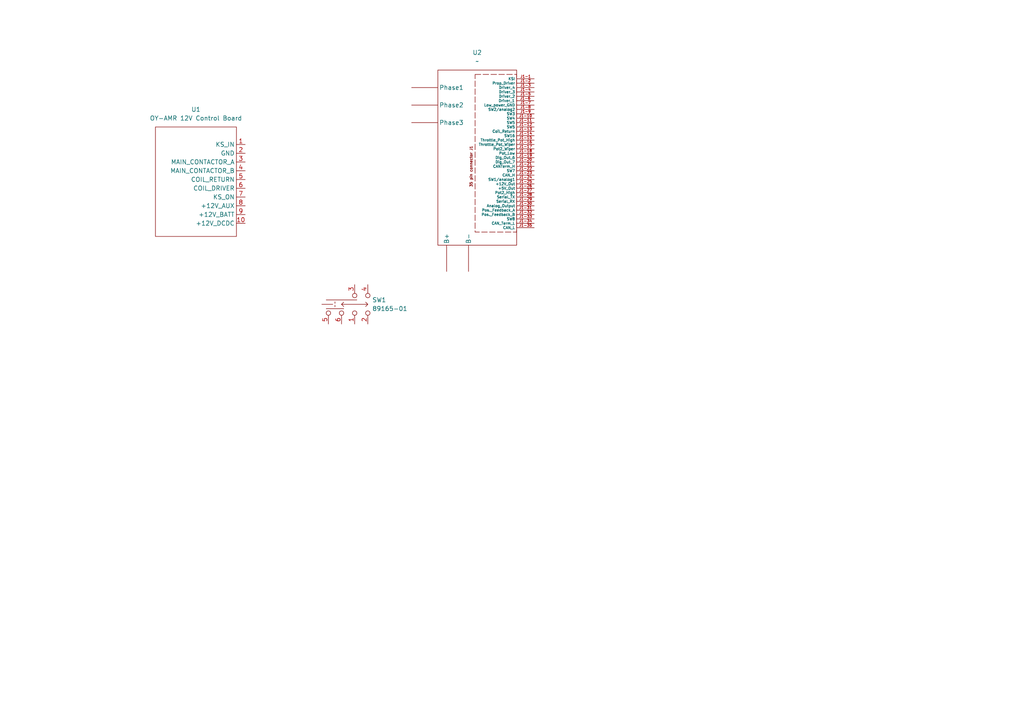
<source format=kicad_sch>
(kicad_sch (version 20250114) (generator "eeschema") (generator_version "9.0")
  (paper "A4")
  (lib_symbols
    (symbol "OYAMR_Library:89165-01" (pin_names (offset 1.016) (hide yes))
      (property "Reference" "SW" (at -10.16 7.62 0))
      (property "Value" "89165-01" (at 13.97 0.635 0))
      (symbol "89165-01_0_1"
        (circle (center -6.35 -1.905) (radius 0.635))
        (polyline (pts (xy -5.08 0.635) (xy -8.255 0.635)))
        (polyline (pts (xy -4.445 1.397) (xy -4.445 0.889)))
        (polyline (pts (xy -4.445 0.381) (xy -4.445 -0.127)))
        (polyline (pts (xy -2.54 0.635) (xy -1.905 0)))
        (polyline (pts (xy -2.54 0.635) (xy 5.08 0.635)))
        (circle (center -2.54 -1.905) (radius 0.635))
        (polyline (pts (xy -1.905 1.27) (xy -2.54 0.635)))
        (polyline (pts (xy -1.905 -0.635) (xy -6.985 -0.635)))
        (circle (center 1.27 3.175) (radius 0.635))
        (circle (center 1.27 -1.905) (radius 0.635))
        (polyline (pts (xy 1.905 1.905) (xy -6.985 1.905)))
        (polyline (pts (xy 4.445 1.27) (xy 5.08 0.635) (xy 4.445 0)))
        (circle (center 5.08 3.175) (radius 0.635))
        (circle (center 5.08 -1.905) (radius 0.635))
        (pin passive line (at -6.35 -5.08 90) (length 2.54) (name "E") (number "5"))
        (pin passive line (at -2.54 -5.08 90) (length 2.54) (name "F") (number "6"))
        (pin passive line (at 1.27 6.35 270) (length 2.54) (name "C") (number "3"))
        (pin passive line (at 1.27 -5.08 90) (length 2.54) (name "A") (number "1"))
        (pin passive line (at 5.08 6.35 270) (length 2.54) (name "D") (number "4"))
        (pin passive line (at 5.08 -5.08 90) (length 2.54) (name "B") (number "2"))
      )
    )
    (symbol "OYAMR_Library:Control_Board"
      (property "Reference" "U" (at -5.842 5.08 0))
      (property "Value" "OY-AMR 12V Control Board" (at -14.732 -11.938 90))
      (symbol "Control_Board_0_1"
        (rectangle (start -17.145 3.81) (end 6.35 -27.94))
      )
      (symbol "Control_Board_1_1"
        (pin input line (at 8.89 -1.27 180) (length 2.54) (name "KS_IN") (number "1"))
        (pin input line (at 8.89 -3.81 180) (length 2.54) (name "GND") (number "2"))
        (pin output line (at 8.89 -6.35 180) (length 2.54) (name "MAIN_CONTACTOR_A") (number "3"))
        (pin output line (at 8.89 -8.89 180) (length 2.54) (name "MAIN_CONTACTOR_B") (number "4"))
        (pin input line (at 8.89 -11.43 180) (length 2.54) (name "COIL_RETURN") (number "5"))
        (pin input line (at 8.89 -13.97 180) (length 2.54) (name "COIL_DRIVER") (number "6"))
        (pin output line (at 8.89 -16.51 180) (length 2.54) (name "KS_ON") (number "7"))
        (pin input line (at 8.89 -19.05 180) (length 2.54) (name "+12V_AUX") (number "8"))
        (pin input line (at 8.89 -21.59 180) (length 2.54) (name "+12V_BATT") (number "9"))
        (pin input line (at 8.89 -24.13 180) (length 2.54) (name "+12V_DCDC") (number "10"))
      )
    )
    (symbol "OYAMR_Library:Curtis_1239E_1"
      (property "Reference" "U" (at -5.08 4.318 0))
      (symbol "Curtis_1239E_1_1_1"
        (rectangle (start -6.35 6.35) (end 16.51 -44.45))
        (rectangle (start 4.445 5.08) (end 16.51 -40.64) (stroke (width 0) (type dash)))
        (text "35 pin connector J1" (at 3.302 -21.59 900) (effects (font (size 0.762 0.762))))
        (pin power_out line (at -13.97 1.27 0) (length 7.5) (name "Phase1") (number ""))
        (pin power_out line (at -13.97 -3.81 0) (length 7.5) (name "Phase2") (number ""))
        (pin power_out line (at -13.97 -8.89 0) (length 7.5) (name "Phase3") (number ""))
        (pin power_in line (at -3.81 -52.07 90) (length 7.5) (name "B+") (number ""))
        (pin power_in line (at 2.54 -52.07 90) (length 7.5) (name "B-") (number ""))
        (pin output line (at 21.51 -2.54 180) (length 5) (name "Driver_1") (number "J1-6"))
        (pin power_in line (at 21.59 3.81 180) (length 5) (name "KSI") (number "J1-1"))
        (pin output line (at 21.59 2.54 180) (length 5) (name "Prop_Driver") (number "J1-2"))
        (pin output line (at 21.59 1.27 180) (length 5) (name "Driver_4") (number "J1-3"))
        (pin output line (at 21.59 0 180) (length 5) (name "Driver_3") (number "J1-4"))
        (pin output line (at 21.59 -1.27 180) (length 5) (name "Driver_2") (number "J1-5"))
        (pin power_in line (at 21.59 -3.81 180) (length 5) (name "Low_power_GND") (number "J1-7"))
        (pin input line (at 21.59 -5.08 180) (length 5) (name "SW2/analog2") (number "J1-8"))
        (pin input line (at 21.59 -6.35 180) (length 5) (name "SW3") (number "J1-9"))
        (pin input line (at 21.59 -7.62 180) (length 5) (name "SW4") (number "J1-10"))
        (pin input line (at 21.59 -8.89 180) (length 5) (name "SW5") (number "J1-11"))
        (pin input line (at 21.59 -10.16 180) (length 5) (name "SW5") (number "J1-12"))
        (pin output line (at 21.59 -11.43 180) (length 5) (name "Coil_Return") (number "J1-13"))
        (pin input line (at 21.59 -12.7 180) (length 5) (name "SW16") (number "J1-14"))
        (pin output line (at 21.59 -13.97 180) (length 5) (name "Throttle_Pot_High") (number "J1-15"))
        (pin input line (at 21.59 -15.24 180) (length 5) (name "Throttle_Pot_Wiper") (number "J1-16"))
        (pin input line (at 21.59 -16.51 180) (length 5) (name "Pot2_Wiper") (number "J1-17"))
        (pin output line (at 21.59 -17.78 180) (length 5) (name "Pot_Low") (number "J1-18"))
        (pin output line (at 21.59 -19.05 180) (length 5) (name "Dig_Out_6") (number "J1-19"))
        (pin output line (at 21.59 -20.32 180) (length 5) (name "Dig_Out_7") (number "J1-20"))
        (pin input line (at 21.59 -21.59 180) (length 5) (name "CANTerm_H") (number "J1-21"))
        (pin input line (at 21.59 -22.86 180) (length 5) (name "SW7") (number "J1-22"))
        (pin bidirectional line (at 21.59 -24.13 180) (length 5) (name "CAN_H") (number "J1-23"))
        (pin input line (at 21.59 -25.4 180) (length 5) (name "SW1/analog1") (number "J1-24"))
        (pin power_out line (at 21.59 -26.67 180) (length 5) (name "+12V_Out") (number "J1-25"))
        (pin power_out line (at 21.59 -27.94 180) (length 5) (name "+5V_Out") (number "J1-26"))
        (pin output line (at 21.59 -29.21 180) (length 5) (name "Pot2_High") (number "J1-27"))
        (pin output line (at 21.59 -30.48 180) (length 5) (name "Serial_TX") (number "J1-28"))
        (pin input line (at 21.59 -31.75 180) (length 5) (name "Serial_RX") (number "J1-29"))
        (pin output line (at 21.59 -33.02 180) (length 5) (name "Analog_Output") (number "J1-30"))
        (pin input line (at 21.59 -34.29 180) (length 5) (name "Pos._Feedback_A") (number "J1-31"))
        (pin input line (at 21.59 -35.56 180) (length 5) (name "Pos._Feedback_B") (number "J1-32"))
        (pin input line (at 21.59 -36.83 180) (length 5) (name "SW8") (number "J1-33"))
        (pin output line (at 21.59 -38.1 180) (length 5) (name "CAN_Term_L") (number "J1-34"))
        (pin bidirectional line (at 21.59 -39.37 180) (length 5) (name "CAN_L") (number "J1-35"))
      )
    )
  )
  (symbol (lib_id "OYAMR_Library:Curtis_1239E_1") (at 133.35 26.67 0) (unit 1)
    (property "Reference" "U2" (at 138.41 15.24 0))
    (property "Value" "~" (at 138.41 17.78 0))
  )
  (symbol (lib_id "OYAMR_Library:89165-01") (at 101.6 88.9 0) (unit 1)
    (property "Reference" "SW1" (at 107.95 86.9949 0) (effects (justify left)))
    (property "Value" "89165-01" (at 107.95 89.5349 0) (effects (justify left)))
    (property "Description" "Honywell key switch 6p off-on-start" (effects (hide yes)))
  )
  (symbol (lib_id "OYAMR_Library:Control_Board") (at 62.23 40.64 0) (unit 1)
    (property "Reference" "U1" (at 56.8325 31.75 0))
    (property "Value" "OY-AMR 12V Control Board" (at 56.8325 34.29 0))
    (property "Footprint" "https://github.com/elfremdrift/OY-AMR-12V" (effects (hide yes)))
  )
)
</source>
